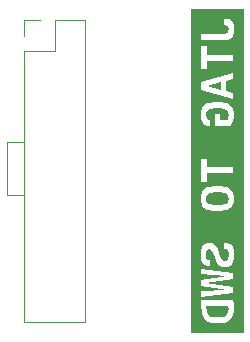
<source format=gbo>
%TF.GenerationSoftware,KiCad,Pcbnew,(6.0.9)*%
%TF.CreationDate,2023-10-26T15:22:16+09:00*%
%TF.ProjectId,JTAG_to_SWD,4a544147-5f74-46f5-9f53-57442e6b6963,rev?*%
%TF.SameCoordinates,PX1c9c380PYaba9500*%
%TF.FileFunction,Legend,Bot*%
%TF.FilePolarity,Positive*%
%FSLAX46Y46*%
G04 Gerber Fmt 4.6, Leading zero omitted, Abs format (unit mm)*
G04 Created by KiCad (PCBNEW (6.0.9)) date 2023-10-26 15:22:16*
%MOMM*%
%LPD*%
G01*
G04 APERTURE LIST*
%ADD10C,0.120000*%
G04 APERTURE END LIST*
D10*
X500000Y13000000D02*
X1910000Y13000000D01*
X1950000Y17500000D02*
X500000Y17500000D01*
X500000Y17500000D02*
X500000Y13000000D01*
%TO.C,J1*%
X4570000Y25190000D02*
X1970000Y25190000D01*
X1970000Y27790000D02*
X1970000Y26460000D01*
X7170000Y27790000D02*
X4570000Y27790000D01*
X4570000Y27790000D02*
X4570000Y25190000D01*
X1970000Y25190000D02*
X1970000Y2270000D01*
X3300000Y27790000D02*
X1970000Y27790000D01*
X7170000Y2270000D02*
X1970000Y2270000D01*
X7170000Y27790000D02*
X7170000Y2270000D01*
%TO.C,kibuzzard-652CCC4E*%
G36*
X18676848Y13222691D02*
G01*
X18919437Y13185484D01*
X19091086Y13119008D01*
X19205187Y13018797D01*
X19269184Y12877410D01*
X19290516Y12687406D01*
X19269184Y12497898D01*
X19205187Y12358000D01*
X19091086Y12259277D01*
X18919437Y12193297D01*
X18676848Y12156090D01*
X18349922Y12143688D01*
X18013074Y12156090D01*
X17764531Y12193297D01*
X17589906Y12259277D01*
X17474812Y12358000D01*
X17410816Y12497898D01*
X17389484Y12687406D01*
X17410816Y12877410D01*
X17474812Y13018797D01*
X17590402Y13119008D01*
X17766516Y13185484D01*
X18015555Y13222691D01*
X18349922Y13235094D01*
X18676848Y13222691D01*
G37*
G36*
X18619797Y21902844D02*
G01*
X17484734Y22208438D01*
X17484734Y22216375D01*
X18619797Y22521969D01*
X18619797Y21902844D01*
G37*
G36*
X19286547Y3317187D02*
G01*
X19252812Y3078070D01*
X19183359Y2900469D01*
X19068762Y2774957D01*
X18899594Y2692109D01*
X18663949Y2645973D01*
X18349922Y2630594D01*
X18052762Y2645477D01*
X17828031Y2690125D01*
X17664320Y2769996D01*
X17550219Y2890547D01*
X17476301Y3060707D01*
X17433141Y3289406D01*
X17418258Y3475937D01*
X17413297Y3630719D01*
X19274641Y3630719D01*
X19286547Y3317187D01*
G37*
G36*
X16126099Y1291802D02*
G01*
X16126099Y3678344D01*
X16976734Y3678344D01*
X16981695Y3464031D01*
X16996578Y3273531D01*
X17036266Y2994616D01*
X17097120Y2761122D01*
X17179141Y2573047D01*
X17353270Y2361215D01*
X17597844Y2221812D01*
X17808849Y2164486D01*
X18068802Y2130090D01*
X18377703Y2118625D01*
X18700715Y2131854D01*
X18971252Y2171542D01*
X19189312Y2237687D01*
X19435871Y2397430D01*
X19600078Y2638531D01*
X19668429Y2852403D01*
X19709439Y3118309D01*
X19723109Y3436250D01*
X19719582Y3644830D01*
X19708998Y3878986D01*
X19691359Y4138719D01*
X16992609Y4138719D01*
X16980703Y3896625D01*
X16976734Y3678344D01*
X16126099Y3678344D01*
X16126099Y4380812D01*
X16992609Y4380812D01*
X19691359Y4702281D01*
X19691359Y5230125D01*
X17341859Y5535719D01*
X17341859Y5551594D01*
X19691359Y5861156D01*
X19691359Y6385031D01*
X16992609Y6706500D01*
X16992609Y6269937D01*
X19115891Y6115156D01*
X19115891Y6111187D01*
X18623766Y6083406D01*
X16992609Y5829406D01*
X16992609Y5257906D01*
X18623766Y5011844D01*
X19115891Y4980094D01*
X19115891Y4976125D01*
X16992609Y4817375D01*
X16992609Y4380812D01*
X16126099Y4380812D01*
X16126099Y7932844D01*
X16952922Y7932844D01*
X16969789Y7595004D01*
X17020391Y7343484D01*
X17111672Y7164395D01*
X17250578Y7043844D01*
X17448023Y6976375D01*
X17714922Y6956531D01*
X17714922Y7460562D01*
X17514500Y7518109D01*
X17415281Y7664953D01*
X17385516Y7948719D01*
X17413297Y8240422D01*
X17504578Y8385281D01*
X17691109Y8428937D01*
X17895500Y8276141D01*
X17993230Y8063316D01*
X18107828Y7730437D01*
X18212008Y7442207D01*
X18318172Y7228391D01*
X18436738Y7077082D01*
X18578125Y6976375D01*
X18752254Y6919820D01*
X18969047Y6900969D01*
X19232969Y6923789D01*
X19429422Y6992250D01*
X19568328Y7114785D01*
X19659609Y7299828D01*
X19710211Y7562262D01*
X19727078Y7916969D01*
X19708227Y8282590D01*
X19651672Y8553953D01*
X19549477Y8744949D01*
X19393703Y8869469D01*
X19173438Y8934953D01*
X18877766Y8948844D01*
X18877766Y8452750D01*
X19133750Y8389250D01*
X19258766Y8220578D01*
X19285555Y8078199D01*
X19294484Y7885219D01*
X19266703Y7589547D01*
X19169469Y7440719D01*
X18973016Y7397062D01*
X18770609Y7460562D01*
X18617812Y7668922D01*
X18545879Y7844043D01*
X18468984Y8079687D01*
X18369270Y8374863D01*
X18268562Y8593641D01*
X18157934Y8747926D01*
X18028453Y8849625D01*
X17870695Y8906180D01*
X17675234Y8925031D01*
X17425203Y8902707D01*
X17238672Y8835734D01*
X17106215Y8715680D01*
X17018406Y8534109D01*
X16969293Y8277629D01*
X16952922Y7932844D01*
X16126099Y7932844D01*
X16126099Y12687406D01*
X16952922Y12687406D01*
X16966812Y12433186D01*
X17008484Y12220858D01*
X17077937Y12050422D01*
X17246113Y11858930D01*
X17500609Y11732922D01*
X17727269Y11681108D01*
X18010373Y11650019D01*
X18349922Y11639656D01*
X18684620Y11650019D01*
X18963755Y11681108D01*
X19187328Y11732922D01*
X19438352Y11858930D01*
X19604047Y12050422D01*
X19672398Y12220858D01*
X19713408Y12433186D01*
X19727078Y12687406D01*
X19713408Y12941627D01*
X19672398Y13153955D01*
X19604047Y13324391D01*
X19438352Y13515883D01*
X19187328Y13641891D01*
X18963755Y13693705D01*
X18684620Y13724793D01*
X18349922Y13735156D01*
X18010373Y13724793D01*
X17727269Y13693705D01*
X17500609Y13641891D01*
X17246113Y13515883D01*
X17077937Y13324391D01*
X17008484Y13153955D01*
X16966812Y12941627D01*
X16952922Y12687406D01*
X16126099Y12687406D01*
X16126099Y14092344D01*
X16992609Y14092344D01*
X17445047Y14092344D01*
X17445047Y14814656D01*
X19691359Y14814656D01*
X19691359Y15322656D01*
X17445047Y15322656D01*
X17445047Y16044969D01*
X16992609Y16044969D01*
X16992609Y14092344D01*
X16126099Y14092344D01*
X16126099Y19799406D01*
X16952922Y19799406D01*
X16970781Y19470992D01*
X17024359Y19223938D01*
X17119609Y19045840D01*
X17262484Y18924297D01*
X17464891Y18850379D01*
X17738734Y18815156D01*
X17738734Y19307281D01*
X17526406Y19366813D01*
X17421234Y19515641D01*
X17389484Y19795438D01*
X17411312Y19988914D01*
X17476797Y20132781D01*
X17593875Y20234480D01*
X17770484Y20301453D01*
X18019523Y20338660D01*
X18353891Y20351063D01*
X18680816Y20337172D01*
X18923406Y20295500D01*
X19094559Y20221582D01*
X19207172Y20110953D01*
X19269680Y19954684D01*
X19290516Y19743844D01*
X19272656Y19499766D01*
X19211141Y19303313D01*
X18603922Y19303313D01*
X18603922Y19862906D01*
X18171328Y19862906D01*
X18171328Y18823094D01*
X19516734Y18823094D01*
X19619922Y19070148D01*
X19683422Y19279500D01*
X19716164Y19487859D01*
X19727078Y19731938D01*
X19713188Y20003135D01*
X19671516Y20229354D01*
X19602063Y20410594D01*
X19434383Y20614488D01*
X19181375Y20749922D01*
X18956700Y20806146D01*
X18676903Y20839880D01*
X18341984Y20851125D01*
X18004861Y20840542D01*
X17723741Y20808792D01*
X17498625Y20755875D01*
X17245617Y20628379D01*
X17077937Y20436391D01*
X17008484Y20265955D01*
X16966812Y20053627D01*
X16952922Y19799406D01*
X16126099Y19799406D01*
X16126099Y21890938D01*
X16992609Y21890938D01*
X19691359Y21085281D01*
X19691359Y21589313D01*
X19044453Y21783781D01*
X19044453Y22641031D01*
X19691359Y22835500D01*
X19691359Y23339531D01*
X16992609Y22533875D01*
X16992609Y21890938D01*
X16126099Y21890938D01*
X16126099Y23617344D01*
X16992609Y23617344D01*
X17445047Y23617344D01*
X17445047Y24339656D01*
X19691359Y24339656D01*
X19691359Y24847656D01*
X17445047Y24847656D01*
X17445047Y25569969D01*
X16992609Y25569969D01*
X16992609Y23617344D01*
X16126099Y23617344D01*
X16126099Y26121625D01*
X16992609Y26121625D01*
X18889672Y26121625D01*
X19181375Y26141965D01*
X19397672Y26202984D01*
X19550469Y26312621D01*
X19651672Y26478813D01*
X19708227Y26713961D01*
X19727078Y27030469D01*
X19708227Y27349457D01*
X19651672Y27584109D01*
X19551461Y27747820D01*
X19401641Y27853984D01*
X19191297Y27909051D01*
X18909516Y27919469D01*
X18909516Y27411469D01*
X19205187Y27336063D01*
X19286547Y27042375D01*
X19248844Y26790359D01*
X19123828Y26663359D01*
X18873797Y26625656D01*
X16992609Y26625656D01*
X16992609Y26121625D01*
X16126099Y26121625D01*
X16126099Y28758198D01*
X20553901Y28758198D01*
X20553901Y1291802D01*
X16126099Y1291802D01*
G37*
%TD*%
M02*

</source>
